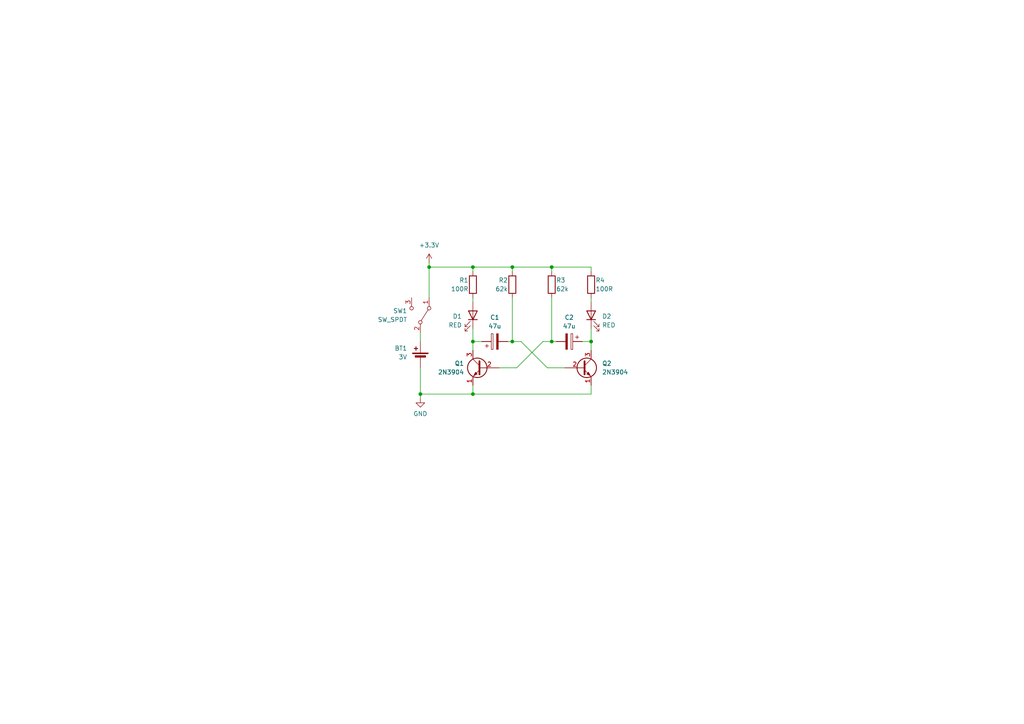
<source format=kicad_sch>
(kicad_sch (version 20231120) (generator "eeschema") (generator_version "8.0")
  (paper "A4")
  (lib_symbols
    (symbol "Device:Battery_Cell" (pin_numbers hide) (pin_names (offset 0) hide)
      (property "Reference" "BT" (at 2.54 2.54 0))
      (property "Value" "Battery_Cell" (at 2.54 0 0))
      (symbol "Battery_Cell_0_1"
        (rectangle (start -2.286 1.778) (end 2.286 1.524) (fill (type outline)))
        (rectangle (start -1.524 1.016) (end 1.524 0.508) (fill (type outline)))
        (polyline (pts (xy 0 0.762) (xy 0 0)))
        (polyline (pts (xy 0 1.778) (xy 0 2.54)))
        (polyline (pts (xy 0.762 3.048) (xy 1.778 3.048)) (stroke (width 0.254)))
        (polyline (pts (xy 1.27 3.556) (xy 1.27 2.54)) (stroke (width 0.254)))
      )
      (symbol "Battery_Cell_1_1"
        (pin passive line (at 0 5.08 270) (length 2.54) (name "+") (number "1"))
        (pin passive line (at 0 -2.54 90) (length 2.54) (name "-") (number "2"))
      )
    )
    (symbol "Device:C_Polarized" (pin_numbers hide) (pin_names (offset 0.254))
      (property "Reference" "C" (at 0.635 2.54 0))
      (property "Value" "C_Polarized" (at 0.635 -2.54 0))
      (symbol "C_Polarized_0_1"
        (rectangle (start -2.286 0.508) (end 2.286 1.016))
        (polyline (pts (xy -1.778 2.286) (xy -0.762 2.286)))
        (polyline (pts (xy -1.27 2.794) (xy -1.27 1.778)))
        (rectangle (start 2.286 -0.508) (end -2.286 -1.016) (fill (type outline)))
      )
      (symbol "C_Polarized_1_1"
        (pin passive line (at 0 3.81 270) (length 2.794) (name "~") (number "1"))
        (pin passive line (at 0 -3.81 90) (length 2.794) (name "~") (number "2"))
      )
    )
    (symbol "Device:LED" (pin_numbers hide) (pin_names (offset 1.016) hide)
      (property "Reference" "D" (at 0 2.54 0))
      (property "Value" "LED" (at 0 -2.54 0))
      (symbol "LED_0_1"
        (polyline (pts (xy -1.27 -1.27) (xy -1.27 1.27)) (stroke (width 0.254)))
        (polyline (pts (xy -1.27 0) (xy 1.27 0)))
        (polyline (pts (xy 1.27 -1.27) (xy 1.27 1.27) (xy -1.27 0) (xy 1.27 -1.27)) (stroke (width 0.254)))
        (polyline (pts (xy -3.048 -0.762) (xy -4.572 -2.286) (xy -3.81 -2.286) (xy -4.572 -2.286) (xy -4.572 -1.524)))
        (polyline (pts (xy -1.778 -0.762) (xy -3.302 -2.286) (xy -2.54 -2.286) (xy -3.302 -2.286) (xy -3.302 -1.524)))
      )
      (symbol "LED_1_1"
        (pin passive line (at -3.81 0 0) (length 2.54) (name "K") (number "1"))
        (pin passive line (at 3.81 0 180) (length 2.54) (name "A") (number "2"))
      )
    )
    (symbol "Device:R" (pin_numbers hide) (pin_names (offset 0))
      (property "Reference" "R" (at 2.032 0 90))
      (property "Value" "R" (at 0 0 90))
      (symbol "R_0_1"
        (rectangle (start -1.016 -2.54) (end 1.016 2.54) (stroke (width 0.254)))
      )
      (symbol "R_1_1"
        (pin passive line (at 0 3.81 270) (length 1.27) (name "~") (number "1"))
        (pin passive line (at 0 -3.81 90) (length 1.27) (name "~") (number "2"))
      )
    )
    (symbol "Switch:SW_SPDT" (pin_names (offset 0) hide)
      (property "Reference" "SW" (at 0 4.318 0))
      (property "Value" "SW_SPDT" (at 0 -5.08 0))
      (symbol "SW_SPDT_0_0"
        (circle (center -2.032 0) (radius 0.508))
        (circle (center 2.032 -2.54) (radius 0.508))
      )
      (symbol "SW_SPDT_0_1"
        (polyline (pts (xy -1.524 0.254) (xy 1.651 2.286)))
        (circle (center 2.032 2.54) (radius 0.508))
      )
      (symbol "SW_SPDT_1_1"
        (pin passive line (at 5.08 2.54 180) (length 2.54) (name "A") (number "1"))
        (pin passive line (at -5.08 0 0) (length 2.54) (name "B") (number "2"))
        (pin passive line (at 5.08 -2.54 180) (length 2.54) (name "C") (number "3"))
      )
    )
    (symbol "Transistor_BJT:2N3904" (pin_names (offset 0) hide)
      (property "Reference" "Q" (at 5.08 1.905 0))
      (property "Value" "2N3904" (at 5.08 0 0))
      (symbol "2N3904_0_1"
        (polyline (pts (xy 0.635 0.635) (xy 2.54 2.54)))
        (polyline (pts (xy 0.635 -0.635) (xy 2.54 -2.54) (xy 2.54 -2.54)))
        (polyline (pts (xy 0.635 1.905) (xy 0.635 -1.905) (xy 0.635 -1.905)) (stroke (width 0.508)))
        (polyline (pts (xy 1.27 -1.778) (xy 1.778 -1.27) (xy 2.286 -2.286) (xy 1.27 -1.778) (xy 1.27 -1.778)) (fill (type outline)))
        (circle (center 1.27 0) (radius 2.8194) (stroke (width 0.254)))
      )
      (symbol "2N3904_1_1"
        (pin passive line (at 2.54 -5.08 90) (length 2.54) (name "E") (number "1"))
        (pin passive line (at -5.08 0 0) (length 5.715) (name "B") (number "2"))
        (pin passive line (at 2.54 5.08 270) (length 2.54) (name "C") (number "3"))
      )
    )
    (symbol "power:+3.3V" (power) (pin_names (offset 0))
      (property "Value" "+3.3V" (at 0 3.556 0))
      (symbol "+3.3V_0_1"
        (polyline (pts (xy -0.762 1.27) (xy 0 2.54)))
        (polyline (pts (xy 0 0) (xy 0 2.54)))
        (polyline (pts (xy 0 2.54) (xy 0.762 1.27)))
      )
      (symbol "+3.3V_1_1"
        (pin power_in line (at 0 0 90) (length 0) hide (name "+3.3V") (number "1"))
      )
    )
    (symbol "power:GND" (power) (pin_names (offset 0))
      (property "Value" "GND" (at 0 -3.81 0))
      (symbol "GND_0_1"
        (polyline (pts (xy 0 0) (xy 0 -1.27) (xy 1.27 -1.27) (xy 0 -2.54) (xy -1.27 -1.27) (xy 0 -1.27)))
      )
      (symbol "GND_1_1"
        (pin power_in line (at 0 0 270) (length 0) hide (name "GND") (number "1"))
      )
    )
  )
  (junction (at 148.59 99.06))
  (junction (at 148.59 77.47))
  (junction (at 137.16 77.47))
  (junction (at 121.92 114.3))
  (junction (at 160.02 99.06))
  (junction (at 160.02 77.47))
  (junction (at 124.46 77.47))
  (junction (at 137.16 99.06))
  (junction (at 171.45 99.06))
  (junction (at 137.16 114.3))
  (wire (pts (xy 171.45 77.47) (xy 171.45 78.74)))
  (wire (pts (xy 121.92 96.52) (xy 121.92 99.06)))
  (wire (pts (xy 160.02 86.36) (xy 160.02 99.06)))
  (wire (pts (xy 158.75 106.68) (xy 151.13 99.06)))
  (wire (pts (xy 121.92 114.3) (xy 137.16 114.3)))
  (wire (pts (xy 148.59 78.74) (xy 148.59 77.47)))
  (wire (pts (xy 121.92 106.68) (xy 121.92 114.3)))
  (wire (pts (xy 168.91 99.06) (xy 171.45 99.06)))
  (wire (pts (xy 121.92 114.3) (xy 121.92 115.57)))
  (wire (pts (xy 137.16 77.47) (xy 137.16 78.74)))
  (wire (pts (xy 148.59 77.47) (xy 160.02 77.47)))
  (wire (pts (xy 124.46 86.36) (xy 124.46 77.47)))
  (wire (pts (xy 137.16 87.63) (xy 137.16 86.36)))
  (wire (pts (xy 137.16 111.76) (xy 137.16 114.3)))
  (wire (pts (xy 160.02 77.47) (xy 160.02 78.74)))
  (wire (pts (xy 149.86 106.68) (xy 157.48 99.06)))
  (wire (pts (xy 171.45 86.36) (xy 171.45 87.63)))
  (wire (pts (xy 158.75 106.68) (xy 163.83 106.68)))
  (wire (pts (xy 124.46 76.2) (xy 124.46 77.47)))
  (wire (pts (xy 171.45 99.06) (xy 171.45 101.6)))
  (wire (pts (xy 171.45 95.25) (xy 171.45 99.06)))
  (wire (pts (xy 171.45 114.3) (xy 171.45 111.76)))
  (wire (pts (xy 151.13 99.06) (xy 148.59 99.06)))
  (wire (pts (xy 148.59 86.36) (xy 148.59 99.06)))
  (wire (pts (xy 144.78 106.68) (xy 149.86 106.68)))
  (wire (pts (xy 147.32 99.06) (xy 148.59 99.06)))
  (wire (pts (xy 137.16 77.47) (xy 148.59 77.47)))
  (wire (pts (xy 124.46 77.47) (xy 137.16 77.47)))
  (wire (pts (xy 139.7 99.06) (xy 137.16 99.06)))
  (wire (pts (xy 160.02 99.06) (xy 161.29 99.06)))
  (wire (pts (xy 157.48 99.06) (xy 160.02 99.06)))
  (wire (pts (xy 137.16 114.3) (xy 171.45 114.3)))
  (wire (pts (xy 137.16 99.06) (xy 137.16 101.6)))
  (wire (pts (xy 137.16 95.25) (xy 137.16 99.06)))
  (wire (pts (xy 160.02 77.47) (xy 171.45 77.47)))
  (symbol (lib_id "Device:LED") (at 137.16 91.44 270) (mirror x) (unit 1)
    (property "Reference" "D1" (at 133.985 91.7575 90) (effects (justify right)))
    (property "Value" "RED" (at 133.985 94.2975 90) (effects (justify right)))
    (property "Footprint" "lib:LED_D10.0mm" (effects (hide yes)))
  )
  (symbol (lib_id "power:+3.3V") (at 124.46 76.2 0) (unit 1)
    (property "Reference" "#PWR01" (effects (hide yes)))
    (property "Value" "+3.3V" (at 124.46 71.12 0))
  )
  (symbol (lib_id "Device:R") (at 160.02 82.55 0) (unit 1)
    (property "Reference" "R3" (at 161.29 81.28 0) (effects (justify left)))
    (property "Value" "62k" (at 161.29 83.82 0) (effects (justify left)))
    (property "Footprint" "lib:R_Axial_SMD_DIN0207_L6.3mm_D2.5mm_P10.16mm_Horizontal" (effects (hide yes)))
    (property "LCSC" "C385537" (effects (hide yes)))
  )
  (symbol (lib_id "power:GND") (at 121.92 115.57 0) (unit 1)
    (property "Reference" "#PWR02" (effects (hide yes)))
    (property "Value" "GND" (at 121.92 120.015 0))
  )
  (symbol (lib_id "Device:R") (at 137.16 82.55 0) (mirror y) (unit 1)
    (property "Reference" "R1" (at 135.89 81.28 0) (effects (justify left)))
    (property "Value" "100R" (at 135.89 83.82 0) (effects (justify left)))
    (property "Footprint" "lib:R_Axial_SMD_DIN0207_L6.3mm_D2.5mm_P10.16mm_Horizontal" (effects (hide yes)))
    (property "LCSC" "C3508583" (effects (hide yes)))
  )
  (symbol (lib_id "Device:Battery_Cell") (at 121.92 104.14 0) (mirror y) (unit 1)
    (property "Reference" "BT1" (at 118.11 101.0285 0) (effects (justify left)))
    (property "Value" "3V" (at 118.11 103.5685 0) (effects (justify left)))
    (property "Footprint" "lib:CONNFLY_DS1092-04" (effects (hide yes)))
  )
  (symbol (lib_id "Device:LED") (at 171.45 91.44 90) (unit 1)
    (property "Reference" "D2" (at 174.625 91.7575 90) (effects (justify right)))
    (property "Value" "RED" (at 174.625 94.2975 90) (effects (justify right)))
    (property "Footprint" "lib:LED_D10.0mm" (effects (hide yes)))
  )
  (symbol (lib_id "Transistor_BJT:2N3904") (at 139.7 106.68 0) (mirror y) (unit 1)
    (property "Reference" "Q1" (at 134.62 105.41 0) (effects (justify left)))
    (property "Value" "2N3904" (at 134.62 107.95 0) (effects (justify left)))
    (property "Footprint" "lib:TO-92L_Inline_Wide+SMD_SOT-23" (effects (hide yes)))
    (property "Datasheet" "https://www.onsemi.com/pub/Collateral/2N3903-D.PDF" (effects (hide yes)))
  )
  (symbol (lib_id "Switch:SW_SPDT") (at 121.92 91.44 270) (mirror x) (unit 1)
    (property "Reference" "SW1" (at 118.11 90.17 90) (effects (justify right)))
    (property "Value" "SW_SPDT" (at 118.11 92.71 90) (effects (justify right)))
    (property "Footprint" "Connector_PinHeader_2.54mm:PinHeader_1x03_P2.54mm_Vertical" (effects (hide yes)))
  )
  (symbol (lib_id "Device:R") (at 148.59 82.55 0) (mirror y) (unit 1)
    (property "Reference" "R2" (at 147.32 81.28 0) (effects (justify left)))
    (property "Value" "62k" (at 147.32 83.82 0) (effects (justify left)))
    (property "Footprint" "lib:R_Axial_SMD_DIN0207_L6.3mm_D2.5mm_P10.16mm_Horizontal" (effects (hide yes)))
    (property "LCSC" "C385537" (effects (hide yes)))
  )
  (symbol (lib_id "Transistor_BJT:2N3904") (at 168.91 106.68 0) (unit 1)
    (property "Reference" "Q2" (at 174.625 105.41 0) (effects (justify left)))
    (property "Value" "2N3904" (at 174.625 107.95 0) (effects (justify left)))
    (property "Footprint" "lib:TO-92L_Inline_Wide+SMD_SOT-23" (effects (hide yes)))
    (property "Datasheet" "https://www.onsemi.com/pub/Collateral/2N3903-D.PDF" (effects (hide yes)))
  )
  (symbol (lib_id "Device:R") (at 171.45 82.55 0) (unit 1)
    (property "Reference" "R4" (at 172.72 81.28 0) (effects (justify left)))
    (property "Value" "100R" (at 172.72 83.82 0) (effects (justify left)))
    (property "Footprint" "lib:R_Axial_SMD_DIN0207_L6.3mm_D2.5mm_P10.16mm_Horizontal" (effects (hide yes)))
    (property "LCSC" "C3508583" (effects (hide yes)))
  )
  (symbol (lib_id "Device:C_Polarized") (at 143.51 99.06 90) (unit 1)
    (property "Reference" "C1" (at 143.51 92.075 90))
    (property "Value" "47u" (at 143.51 94.615 90))
    (property "Footprint" "lib:CP_Radial_D6.3mm_P2.50mm+SMD_0805" (effects (hide yes)))
  )
  (symbol (lib_id "Device:C_Polarized") (at 165.1 99.06 270) (unit 1)
    (property "Reference" "C2" (at 165.1 92.075 90))
    (property "Value" "47u" (at 165.1 94.615 90))
    (property "Footprint" "lib:CP_Radial_D6.3mm_P2.50mm+SMD_0805" (effects (hide yes)))
  )
)
</source>
